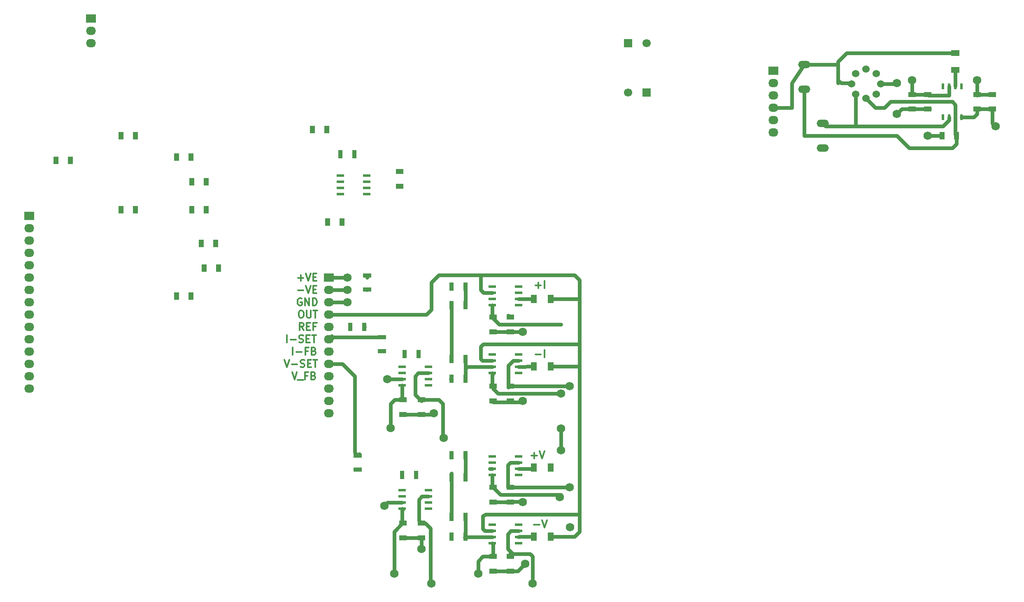
<source format=gbr>
G04 #@! TF.FileFunction,Copper,L1,Top,Signal*
%FSLAX46Y46*%
G04 Gerber Fmt 4.6, Leading zero omitted, Abs format (unit mm)*
G04 Created by KiCad (PCBNEW 4.0.4+dfsg1-stable) date Thu Dec 29 11:49:50 2016*
%MOMM*%
%LPD*%
G01*
G04 APERTURE LIST*
%ADD10C,0.100000*%
%ADD11C,0.300000*%
%ADD12R,1.300480X1.699260*%
%ADD13R,1.550000X0.600000*%
%ADD14R,2.032000X1.727200*%
%ADD15O,2.032000X1.727200*%
%ADD16R,1.600000X1.000000*%
%ADD17R,1.700000X0.900000*%
%ADD18R,0.900000X1.700000*%
%ADD19R,1.000000X1.600000*%
%ADD20C,1.699260*%
%ADD21R,1.699260X1.699260*%
%ADD22R,0.508000X1.143000*%
%ADD23R,1.699260X1.300480*%
%ADD24C,1.524000*%
%ADD25O,2.499360X1.501140*%
%ADD26C,1.750000*%
%ADD27C,0.750000*%
G04 APERTURE END LIST*
D10*
D11*
X160329715Y-137267143D02*
X161472572Y-137267143D01*
X161972572Y-136338571D02*
X162472572Y-137838571D01*
X162972572Y-136338571D01*
X159821715Y-123043143D02*
X160964572Y-123043143D01*
X160393143Y-123614571D02*
X160393143Y-122471714D01*
X161464572Y-122114571D02*
X161964572Y-123614571D01*
X162464572Y-122114571D01*
X160615429Y-102215143D02*
X161758286Y-102215143D01*
X162472572Y-102786571D02*
X162472572Y-101286571D01*
X160615429Y-87991143D02*
X161758286Y-87991143D01*
X161186857Y-88562571D02*
X161186857Y-87419714D01*
X162472572Y-88562571D02*
X162472572Y-87062571D01*
X110565715Y-105858571D02*
X111065715Y-107358571D01*
X111565715Y-105858571D01*
X111708572Y-107501429D02*
X112851429Y-107501429D01*
X113708572Y-106572857D02*
X113208572Y-106572857D01*
X113208572Y-107358571D02*
X113208572Y-105858571D01*
X113922858Y-105858571D01*
X114994286Y-106572857D02*
X115208572Y-106644286D01*
X115280000Y-106715714D01*
X115351429Y-106858571D01*
X115351429Y-107072857D01*
X115280000Y-107215714D01*
X115208572Y-107287143D01*
X115065714Y-107358571D01*
X114494286Y-107358571D01*
X114494286Y-105858571D01*
X114994286Y-105858571D01*
X115137143Y-105930000D01*
X115208572Y-106001429D01*
X115280000Y-106144286D01*
X115280000Y-106287143D01*
X115208572Y-106430000D01*
X115137143Y-106501429D01*
X114994286Y-106572857D01*
X114494286Y-106572857D01*
X109002143Y-103318571D02*
X109502143Y-104818571D01*
X110002143Y-103318571D01*
X110502143Y-104247143D02*
X111645000Y-104247143D01*
X112287857Y-104747143D02*
X112502143Y-104818571D01*
X112859286Y-104818571D01*
X113002143Y-104747143D01*
X113073572Y-104675714D01*
X113145000Y-104532857D01*
X113145000Y-104390000D01*
X113073572Y-104247143D01*
X113002143Y-104175714D01*
X112859286Y-104104286D01*
X112573572Y-104032857D01*
X112430714Y-103961429D01*
X112359286Y-103890000D01*
X112287857Y-103747143D01*
X112287857Y-103604286D01*
X112359286Y-103461429D01*
X112430714Y-103390000D01*
X112573572Y-103318571D01*
X112930714Y-103318571D01*
X113145000Y-103390000D01*
X113787857Y-104032857D02*
X114287857Y-104032857D01*
X114502143Y-104818571D02*
X113787857Y-104818571D01*
X113787857Y-103318571D01*
X114502143Y-103318571D01*
X114930714Y-103318571D02*
X115787857Y-103318571D01*
X115359286Y-104818571D02*
X115359286Y-103318571D01*
X112292000Y-93158571D02*
X112577714Y-93158571D01*
X112720572Y-93230000D01*
X112863429Y-93372857D01*
X112934857Y-93658571D01*
X112934857Y-94158571D01*
X112863429Y-94444286D01*
X112720572Y-94587143D01*
X112577714Y-94658571D01*
X112292000Y-94658571D01*
X112149143Y-94587143D01*
X112006286Y-94444286D01*
X111934857Y-94158571D01*
X111934857Y-93658571D01*
X112006286Y-93372857D01*
X112149143Y-93230000D01*
X112292000Y-93158571D01*
X113577715Y-93158571D02*
X113577715Y-94372857D01*
X113649143Y-94515714D01*
X113720572Y-94587143D01*
X113863429Y-94658571D01*
X114149143Y-94658571D01*
X114292001Y-94587143D01*
X114363429Y-94515714D01*
X114434858Y-94372857D01*
X114434858Y-93158571D01*
X114934858Y-93158571D02*
X115792001Y-93158571D01*
X115363430Y-94658571D02*
X115363430Y-93158571D01*
X110708572Y-102278571D02*
X110708572Y-100778571D01*
X111422858Y-101707143D02*
X112565715Y-101707143D01*
X113780001Y-101492857D02*
X113280001Y-101492857D01*
X113280001Y-102278571D02*
X113280001Y-100778571D01*
X113994287Y-100778571D01*
X115065715Y-101492857D02*
X115280001Y-101564286D01*
X115351429Y-101635714D01*
X115422858Y-101778571D01*
X115422858Y-101992857D01*
X115351429Y-102135714D01*
X115280001Y-102207143D01*
X115137143Y-102278571D01*
X114565715Y-102278571D01*
X114565715Y-100778571D01*
X115065715Y-100778571D01*
X115208572Y-100850000D01*
X115280001Y-100921429D01*
X115351429Y-101064286D01*
X115351429Y-101207143D01*
X115280001Y-101350000D01*
X115208572Y-101421429D01*
X115065715Y-101492857D01*
X114565715Y-101492857D01*
X109502143Y-99738571D02*
X109502143Y-98238571D01*
X110216429Y-99167143D02*
X111359286Y-99167143D01*
X112002143Y-99667143D02*
X112216429Y-99738571D01*
X112573572Y-99738571D01*
X112716429Y-99667143D01*
X112787858Y-99595714D01*
X112859286Y-99452857D01*
X112859286Y-99310000D01*
X112787858Y-99167143D01*
X112716429Y-99095714D01*
X112573572Y-99024286D01*
X112287858Y-98952857D01*
X112145000Y-98881429D01*
X112073572Y-98810000D01*
X112002143Y-98667143D01*
X112002143Y-98524286D01*
X112073572Y-98381429D01*
X112145000Y-98310000D01*
X112287858Y-98238571D01*
X112645000Y-98238571D01*
X112859286Y-98310000D01*
X113502143Y-98952857D02*
X114002143Y-98952857D01*
X114216429Y-99738571D02*
X113502143Y-99738571D01*
X113502143Y-98238571D01*
X114216429Y-98238571D01*
X114645000Y-98238571D02*
X115502143Y-98238571D01*
X115073572Y-99738571D02*
X115073572Y-98238571D01*
X112934858Y-97198571D02*
X112434858Y-96484286D01*
X112077715Y-97198571D02*
X112077715Y-95698571D01*
X112649143Y-95698571D01*
X112792001Y-95770000D01*
X112863429Y-95841429D01*
X112934858Y-95984286D01*
X112934858Y-96198571D01*
X112863429Y-96341429D01*
X112792001Y-96412857D01*
X112649143Y-96484286D01*
X112077715Y-96484286D01*
X113577715Y-96412857D02*
X114077715Y-96412857D01*
X114292001Y-97198571D02*
X113577715Y-97198571D01*
X113577715Y-95698571D01*
X114292001Y-95698571D01*
X115434858Y-96412857D02*
X114934858Y-96412857D01*
X114934858Y-97198571D02*
X114934858Y-95698571D01*
X115649144Y-95698571D01*
X112522143Y-90690000D02*
X112379286Y-90618571D01*
X112165000Y-90618571D01*
X111950715Y-90690000D01*
X111807857Y-90832857D01*
X111736429Y-90975714D01*
X111665000Y-91261429D01*
X111665000Y-91475714D01*
X111736429Y-91761429D01*
X111807857Y-91904286D01*
X111950715Y-92047143D01*
X112165000Y-92118571D01*
X112307857Y-92118571D01*
X112522143Y-92047143D01*
X112593572Y-91975714D01*
X112593572Y-91475714D01*
X112307857Y-91475714D01*
X113236429Y-92118571D02*
X113236429Y-90618571D01*
X114093572Y-92118571D01*
X114093572Y-90618571D01*
X114807858Y-92118571D02*
X114807858Y-90618571D01*
X115165001Y-90618571D01*
X115379286Y-90690000D01*
X115522144Y-90832857D01*
X115593572Y-90975714D01*
X115665001Y-91261429D01*
X115665001Y-91475714D01*
X115593572Y-91761429D01*
X115522144Y-91904286D01*
X115379286Y-92047143D01*
X115165001Y-92118571D01*
X114807858Y-92118571D01*
X111772143Y-89007143D02*
X112915000Y-89007143D01*
X113415000Y-88078571D02*
X113915000Y-89578571D01*
X114415000Y-88078571D01*
X114915000Y-88792857D02*
X115415000Y-88792857D01*
X115629286Y-89578571D02*
X114915000Y-89578571D01*
X114915000Y-88078571D01*
X115629286Y-88078571D01*
X111772143Y-86467143D02*
X112915000Y-86467143D01*
X112343571Y-87038571D02*
X112343571Y-85895714D01*
X113415000Y-85538571D02*
X113915000Y-87038571D01*
X114415000Y-85538571D01*
X114915000Y-86252857D02*
X115415000Y-86252857D01*
X115629286Y-87038571D02*
X114915000Y-87038571D01*
X114915000Y-85538571D01*
X115629286Y-85538571D01*
D12*
X163802060Y-90805000D03*
X160301940Y-90805000D03*
D13*
X151732000Y-88265000D03*
X151732000Y-89535000D03*
X151732000Y-90805000D03*
X151732000Y-92075000D03*
X157132000Y-92075000D03*
X157132000Y-90805000D03*
X157132000Y-89535000D03*
X157132000Y-88265000D03*
D12*
X160301940Y-104648000D03*
X163802060Y-104648000D03*
D14*
X118110000Y-86360000D03*
D15*
X118110000Y-88900000D03*
X118110000Y-91440000D03*
X118110000Y-93980000D03*
X118110000Y-96520000D03*
X118110000Y-99060000D03*
X118110000Y-101600000D03*
X118110000Y-104140000D03*
X118110000Y-106680000D03*
X118110000Y-109220000D03*
X118110000Y-111760000D03*
X118110000Y-114300000D03*
D13*
X133190000Y-104775000D03*
X133190000Y-106045000D03*
X133190000Y-107315000D03*
X133190000Y-108585000D03*
X138590000Y-108585000D03*
X138590000Y-107315000D03*
X138590000Y-106045000D03*
X138590000Y-104775000D03*
X151732000Y-102235000D03*
X151732000Y-103505000D03*
X151732000Y-104775000D03*
X151732000Y-106045000D03*
X157132000Y-106045000D03*
X157132000Y-104775000D03*
X157132000Y-103505000D03*
X157132000Y-102235000D03*
D12*
X163802060Y-125476000D03*
X160301940Y-125476000D03*
X160301940Y-139700000D03*
X163802060Y-139700000D03*
D13*
X133190000Y-130175000D03*
X133190000Y-131445000D03*
X133190000Y-132715000D03*
X133190000Y-133985000D03*
X138590000Y-133985000D03*
X138590000Y-132715000D03*
X138590000Y-131445000D03*
X138590000Y-130175000D03*
X151732000Y-123190000D03*
X151732000Y-124460000D03*
X151732000Y-125730000D03*
X151732000Y-127000000D03*
X157132000Y-127000000D03*
X157132000Y-125730000D03*
X157132000Y-124460000D03*
X157132000Y-123190000D03*
X151732000Y-137287000D03*
X151732000Y-138557000D03*
X151732000Y-139827000D03*
X151732000Y-141097000D03*
X157132000Y-141097000D03*
X157132000Y-139827000D03*
X157132000Y-138557000D03*
X157132000Y-137287000D03*
D16*
X151892000Y-94512000D03*
X151892000Y-97512000D03*
X155448000Y-94512000D03*
X155448000Y-97512000D03*
X137160000Y-111530000D03*
X137160000Y-114530000D03*
X151892000Y-108736000D03*
X151892000Y-111736000D03*
X155448000Y-108736000D03*
X155448000Y-111736000D03*
X133350000Y-111530000D03*
X133350000Y-114530000D03*
X155448000Y-129564000D03*
X155448000Y-132564000D03*
X151892000Y-129564000D03*
X151892000Y-132564000D03*
X155448000Y-143788000D03*
X155448000Y-146788000D03*
X133350000Y-136930000D03*
X133350000Y-139930000D03*
X137160000Y-136930000D03*
X137160000Y-139930000D03*
X151892000Y-143788000D03*
X151892000Y-146788000D03*
D17*
X129032000Y-101526000D03*
X129032000Y-98626000D03*
D18*
X136578000Y-102108000D03*
X133678000Y-102108000D03*
X146230000Y-92075000D03*
X143330000Y-92075000D03*
X146230000Y-88265000D03*
X143330000Y-88265000D03*
X146230000Y-103124000D03*
X143330000Y-103124000D03*
X146230000Y-107188000D03*
X143330000Y-107188000D03*
X125402000Y-96520000D03*
X122502000Y-96520000D03*
D17*
X124079000Y-125910000D03*
X124079000Y-123010000D03*
D18*
X136070000Y-127000000D03*
X133170000Y-127000000D03*
X146230000Y-127508000D03*
X143330000Y-127508000D03*
X146230000Y-122936000D03*
X143330000Y-122936000D03*
X146230000Y-135636000D03*
X143330000Y-135636000D03*
X146230000Y-139700000D03*
X143330000Y-139700000D03*
D17*
X125984000Y-88826000D03*
X125984000Y-85926000D03*
D19*
X114705000Y-55880000D03*
X117705000Y-55880000D03*
D16*
X132715000Y-64540000D03*
X132715000Y-67540000D03*
D19*
X117880000Y-74930000D03*
X120880000Y-74930000D03*
X62000000Y-62230000D03*
X65000000Y-62230000D03*
X75335000Y-72390000D03*
X78335000Y-72390000D03*
X75335000Y-57150000D03*
X78335000Y-57150000D03*
X86765000Y-61595000D03*
X89765000Y-61595000D03*
X89940000Y-66675000D03*
X92940000Y-66675000D03*
X89940000Y-72390000D03*
X92940000Y-72390000D03*
X91845000Y-79375000D03*
X94845000Y-79375000D03*
X92480000Y-84455000D03*
X95480000Y-84455000D03*
X86765000Y-90170000D03*
X89765000Y-90170000D03*
D18*
X120470000Y-60960000D03*
X123370000Y-60960000D03*
D13*
X125890000Y-69215000D03*
X125890000Y-67945000D03*
X125890000Y-66675000D03*
X125890000Y-65405000D03*
X120490000Y-65405000D03*
X120490000Y-66675000D03*
X120490000Y-67945000D03*
X120490000Y-69215000D03*
D16*
X241300000Y-48665000D03*
X241300000Y-51665000D03*
X238125000Y-48665000D03*
X238125000Y-51665000D03*
X254635000Y-51665000D03*
X254635000Y-48665000D03*
X251460000Y-51665000D03*
X251460000Y-48665000D03*
D20*
X179707540Y-48260520D03*
D21*
X179707540Y-38100520D03*
D20*
X183512460Y-38099480D03*
D21*
X183512460Y-48259480D03*
D14*
X56515000Y-73660000D03*
D15*
X56515000Y-76200000D03*
X56515000Y-78740000D03*
X56515000Y-81280000D03*
X56515000Y-83820000D03*
X56515000Y-86360000D03*
X56515000Y-88900000D03*
X56515000Y-91440000D03*
X56515000Y-93980000D03*
X56515000Y-96520000D03*
X56515000Y-99060000D03*
X56515000Y-101600000D03*
X56515000Y-104140000D03*
X56515000Y-106680000D03*
X56515000Y-109220000D03*
D14*
X69215000Y-33020000D03*
D15*
X69215000Y-35560000D03*
X69215000Y-38100000D03*
D14*
X209550000Y-43815000D03*
D15*
X209550000Y-46355000D03*
X209550000Y-48895000D03*
X209550000Y-51435000D03*
X209550000Y-53975000D03*
X209550000Y-56515000D03*
D22*
X244475000Y-46990000D03*
X245745000Y-46990000D03*
X247015000Y-46990000D03*
X248285000Y-46990000D03*
X248285000Y-53340000D03*
X247015000Y-53340000D03*
X245745000Y-53340000D03*
X244475000Y-53340000D03*
D19*
X247245000Y-57150000D03*
X244245000Y-57150000D03*
D23*
X247015000Y-43660060D03*
X247015000Y-40159940D03*
D24*
X231637500Y-46467500D03*
X225637500Y-46467500D03*
X228637500Y-49467500D03*
X228637500Y-43467500D03*
X226512500Y-44342500D03*
X230762500Y-48592500D03*
X226512500Y-48592500D03*
X230762500Y-44342500D03*
D25*
X219710000Y-54610000D03*
X219710000Y-59690000D03*
X215900000Y-42545000D03*
X215900000Y-47625000D03*
D26*
X238125000Y-45720000D03*
X160020000Y-149352000D03*
X141732000Y-119380000D03*
X167640000Y-108712000D03*
X139192000Y-149352000D03*
X167640000Y-129540000D03*
X167767000Y-137795000D03*
X121920000Y-86360000D03*
X255270000Y-55245000D03*
X165608000Y-131572000D03*
X148844000Y-147320000D03*
X130810000Y-117348000D03*
X131572000Y-147320000D03*
X165862000Y-110236000D03*
X165862000Y-117475000D03*
X165862000Y-121920000D03*
X121920000Y-88900000D03*
X251460000Y-45720000D03*
X234950000Y-46355000D03*
X241300000Y-57150000D03*
X234950000Y-52705000D03*
X158496000Y-145288000D03*
X121920000Y-91440000D03*
X157988000Y-97536000D03*
X157988000Y-111760000D03*
X139700000Y-114300000D03*
X137160000Y-142240000D03*
X130175000Y-107315000D03*
X157988000Y-132588000D03*
X129540000Y-133350000D03*
D27*
X238125000Y-48665000D02*
X238125000Y-45720000D01*
X245745000Y-48895000D02*
X241530000Y-48895000D01*
X241530000Y-48895000D02*
X241300000Y-48665000D01*
X241300000Y-48665000D02*
X238125000Y-48665000D01*
X245745000Y-46990000D02*
X245745000Y-48895000D01*
X155448000Y-142748000D02*
X155448000Y-143788000D01*
X154940000Y-142240000D02*
X155448000Y-142748000D01*
X155448000Y-142748000D02*
X155956000Y-143256000D01*
X160020000Y-149352000D02*
X160020000Y-143764000D01*
X159512000Y-143256000D02*
X160020000Y-143764000D01*
X154940000Y-139192000D02*
X154940000Y-142240000D01*
X155575000Y-138557000D02*
X157132000Y-138557000D01*
X155575000Y-138557000D02*
X154940000Y-139192000D01*
X155956000Y-143256000D02*
X159512000Y-143256000D01*
X140740000Y-111530000D02*
X141605000Y-112395000D01*
X141605000Y-112395000D02*
X141605000Y-119380000D01*
X137160000Y-111530000D02*
X140740000Y-111530000D01*
X141605000Y-119380000D02*
X141732000Y-119380000D01*
X139065000Y-138049000D02*
X139065000Y-149225000D01*
X139065000Y-149225000D02*
X139192000Y-149352000D01*
X137160000Y-136930000D02*
X137946000Y-136930000D01*
X137946000Y-136930000D02*
X139065000Y-138049000D01*
X138590000Y-131445000D02*
X137287000Y-131445000D01*
X136652000Y-136422000D02*
X137160000Y-136930000D01*
X136652000Y-132080000D02*
X136652000Y-136422000D01*
X137287000Y-131445000D02*
X136652000Y-132080000D01*
X155448000Y-129564000D02*
X167616000Y-129564000D01*
X167616000Y-129564000D02*
X167640000Y-129540000D01*
X155448000Y-108736000D02*
X167640000Y-108712000D01*
X121920000Y-86360000D02*
X118110000Y-86360000D01*
X154940000Y-124968000D02*
X154940000Y-129564000D01*
X154940000Y-129564000D02*
X155448000Y-129564000D01*
X156083000Y-103505000D02*
X155067000Y-104521000D01*
X157132000Y-103505000D02*
X156083000Y-103505000D01*
X155067000Y-104521000D02*
X155067000Y-108990000D01*
X157132000Y-124460000D02*
X155448000Y-124460000D01*
X155448000Y-124460000D02*
X154940000Y-124968000D01*
X155448000Y-129564000D02*
X155853000Y-129564000D01*
X137160000Y-111530000D02*
X137565000Y-111530000D01*
X137160000Y-111530000D02*
X137160000Y-111760000D01*
X137160000Y-111760000D02*
X135890000Y-110490000D01*
X138590000Y-106045000D02*
X136525000Y-106045000D01*
X135890000Y-110490000D02*
X137160000Y-111760000D01*
X135890000Y-106680000D02*
X135890000Y-110490000D01*
X136525000Y-106045000D02*
X135890000Y-106680000D01*
X165862000Y-96012000D02*
X165100000Y-96012000D01*
X165100000Y-96012000D02*
X153162000Y-96012000D01*
X153162000Y-96012000D02*
X151892000Y-94742000D01*
X151892000Y-94512000D02*
X151892000Y-94742000D01*
X254635000Y-51665000D02*
X254635000Y-54610000D01*
X255270000Y-55245000D02*
X254635000Y-54610000D01*
X251460000Y-51665000D02*
X251460000Y-52705000D01*
X250825000Y-53340000D02*
X248285000Y-53340000D01*
X251460000Y-52705000D02*
X250825000Y-53340000D01*
X254635000Y-51665000D02*
X251460000Y-51665000D01*
X155086052Y-94150052D02*
X155448000Y-94512000D01*
X165100000Y-131064000D02*
X165608000Y-131572000D01*
X118110000Y-88900000D02*
X121920000Y-88900000D01*
X151892000Y-143788000D02*
X149836000Y-143788000D01*
X148844000Y-144780000D02*
X148844000Y-147320000D01*
X149836000Y-143788000D02*
X148844000Y-144780000D01*
X130810000Y-112395000D02*
X130810000Y-117348000D01*
X131675000Y-111530000D02*
X130810000Y-112395000D01*
X133350000Y-111530000D02*
X131675000Y-111530000D01*
X131572000Y-138684000D02*
X131572000Y-147320000D01*
X133326000Y-136930000D02*
X131572000Y-138684000D01*
X133350000Y-136930000D02*
X133326000Y-136930000D01*
X133190000Y-133985000D02*
X133190000Y-136770000D01*
X133190000Y-136770000D02*
X133350000Y-136930000D01*
X152908000Y-110236000D02*
X165862000Y-110236000D01*
X151892000Y-109220000D02*
X152908000Y-110236000D01*
X151892000Y-108736000D02*
X151892000Y-109220000D01*
X151732000Y-106045000D02*
X151732000Y-108576000D01*
X151732000Y-108576000D02*
X151892000Y-108736000D01*
X151732000Y-127000000D02*
X151732000Y-129404000D01*
X151732000Y-129404000D02*
X151892000Y-129564000D01*
X151892000Y-143788000D02*
X151892000Y-141257000D01*
X151892000Y-141257000D02*
X151732000Y-141097000D01*
X151892000Y-129540000D02*
X153416000Y-131064000D01*
X153416000Y-131064000D02*
X165100000Y-131064000D01*
X165100000Y-131064000D02*
X165862000Y-131064000D01*
X151892000Y-129437000D02*
X151892000Y-129540000D01*
X133350000Y-111530000D02*
X132945000Y-111530000D01*
X165862000Y-121920000D02*
X165862000Y-117475000D01*
X151892000Y-106205000D02*
X151732000Y-106045000D01*
X151732000Y-92075000D02*
X151732000Y-94352000D01*
X151962000Y-143858000D02*
X151892000Y-143788000D01*
X133190000Y-108585000D02*
X133190000Y-111370000D01*
X133190000Y-111370000D02*
X133350000Y-111530000D01*
X133190000Y-136770000D02*
X133350000Y-136930000D01*
X133350000Y-134145000D02*
X133190000Y-133985000D01*
X157132000Y-104775000D02*
X160301940Y-104648000D01*
X251460000Y-45720000D02*
X251460000Y-47625000D01*
X251460000Y-48665000D02*
X251460000Y-47625000D01*
X234837500Y-46467500D02*
X231637500Y-46467500D01*
X234950000Y-46355000D02*
X234837500Y-46467500D01*
X244245000Y-57150000D02*
X241300000Y-57150000D01*
X231637500Y-46467500D02*
X231887500Y-46467500D01*
X235990000Y-51665000D02*
X238125000Y-51665000D01*
X234950000Y-52705000D02*
X235990000Y-51665000D01*
X251460000Y-48665000D02*
X251460000Y-48895000D01*
X238125000Y-51665000D02*
X241300000Y-51665000D01*
X241705000Y-51665000D02*
X241300000Y-51665000D01*
X254635000Y-48665000D02*
X251460000Y-48665000D01*
X151892000Y-132564000D02*
X155448000Y-132564000D01*
X155448000Y-146788000D02*
X156996000Y-146788000D01*
X156996000Y-146788000D02*
X158496000Y-145288000D01*
X121920000Y-91440000D02*
X118872000Y-91440000D01*
X155448000Y-97512000D02*
X157964000Y-97512000D01*
X157964000Y-97512000D02*
X157988000Y-97536000D01*
X155067000Y-111990000D02*
X157758000Y-111990000D01*
X157758000Y-111990000D02*
X157988000Y-111760000D01*
X151892000Y-146788000D02*
X155448000Y-146788000D01*
X137160000Y-114530000D02*
X139470000Y-114530000D01*
X139470000Y-114530000D02*
X139700000Y-114300000D01*
X151892000Y-111990000D02*
X155067000Y-111990000D01*
X151892000Y-97512000D02*
X155448000Y-97512000D01*
X157988000Y-132588000D02*
X155345000Y-132461000D01*
X155345000Y-132461000D02*
X155448000Y-132564000D01*
X133350000Y-139930000D02*
X137160000Y-139930000D01*
X137160000Y-139930000D02*
X137160000Y-142240000D01*
X133350000Y-114530000D02*
X137160000Y-114530000D01*
X133190000Y-107315000D02*
X130175000Y-107315000D01*
X169672000Y-90932000D02*
X169672000Y-86868000D01*
X169672000Y-135128000D02*
X169672000Y-138684000D01*
X168656000Y-139700000D02*
X163802060Y-139700000D01*
X168656000Y-139700000D02*
X169672000Y-138684000D01*
X151732000Y-103505000D02*
X149733000Y-103505000D01*
X149860000Y-100076000D02*
X169672000Y-100076000D01*
X149352000Y-100584000D02*
X149860000Y-100076000D01*
X149352000Y-103124000D02*
X149352000Y-100584000D01*
X149733000Y-103505000D02*
X149352000Y-103124000D01*
X126492000Y-93980000D02*
X138176000Y-93980000D01*
X138176000Y-93980000D02*
X139192000Y-92964000D01*
X118110000Y-93980000D02*
X126492000Y-93980000D01*
X149781846Y-138097846D02*
X150241000Y-138557000D01*
X150241000Y-138557000D02*
X151732000Y-138557000D01*
X149781846Y-135518769D02*
X149781846Y-138097846D01*
X169672000Y-135128000D02*
X150368000Y-135128000D01*
X150368000Y-135128000D02*
X149781846Y-135518769D01*
X163802060Y-90805000D02*
X169672000Y-90805000D01*
X169672000Y-90805000D02*
X169672000Y-90932000D01*
X169672000Y-125476000D02*
X169672000Y-135128000D01*
X169672000Y-90932000D02*
X169672000Y-100076000D01*
X169672000Y-100076000D02*
X169672000Y-104648000D01*
X160047940Y-125730000D02*
X160301940Y-125476000D01*
X151732000Y-139827000D02*
X146357000Y-139827000D01*
X146357000Y-139827000D02*
X146230000Y-139700000D01*
X146230000Y-139700000D02*
X146050000Y-139880000D01*
X146050000Y-139880000D02*
X146230000Y-139880000D01*
X168402000Y-85852000D02*
X168656000Y-85852000D01*
X168656000Y-85852000D02*
X169672000Y-86868000D01*
X168402000Y-85852000D02*
X149352000Y-85852000D01*
X149352000Y-85852000D02*
X148844000Y-85852000D01*
X139192000Y-87376000D02*
X140716000Y-85852000D01*
X139192000Y-92964000D02*
X139192000Y-87376000D01*
X140716000Y-85852000D02*
X148844000Y-85852000D01*
X148844000Y-85852000D02*
X149352000Y-85852000D01*
X169672000Y-104648000D02*
X169672000Y-125476000D01*
X149352000Y-85852000D02*
X149352000Y-88900000D01*
X149479000Y-89027000D02*
X149987000Y-89535000D01*
X209550000Y-51435000D02*
X213360000Y-51435000D01*
X213360000Y-46355000D02*
X215900000Y-42545000D01*
X213360000Y-49530000D02*
X213360000Y-46355000D01*
X213360000Y-51435000D02*
X213360000Y-49530000D01*
X215900000Y-42545000D02*
X222885000Y-42545000D01*
X241935000Y-40159940D02*
X224635060Y-40159940D01*
X223520000Y-46355000D02*
X225525000Y-46355000D01*
X222885000Y-45720000D02*
X223520000Y-46355000D01*
X222885000Y-46355000D02*
X222885000Y-45720000D01*
X222885000Y-41910000D02*
X222885000Y-42545000D01*
X222885000Y-42545000D02*
X222885000Y-46355000D01*
X224635060Y-40159940D02*
X222885000Y-41910000D01*
X225525000Y-46355000D02*
X225637500Y-46467500D01*
X247015000Y-40159940D02*
X241935000Y-40159940D01*
X241935000Y-40159940D02*
X241454940Y-40159940D01*
X125984000Y-86360000D02*
X125984000Y-85926000D01*
X118290000Y-96340000D02*
X118110000Y-96520000D01*
X129032000Y-98626000D02*
X129466000Y-98626000D01*
X129032000Y-98626000D02*
X118544000Y-98626000D01*
X118544000Y-98626000D02*
X118110000Y-99060000D01*
X118745000Y-99060000D02*
X118745000Y-98425000D01*
X143203000Y-107315000D02*
X143330000Y-107188000D01*
X143330000Y-100076000D02*
X143330000Y-103124000D01*
X143330000Y-127508000D02*
X143330000Y-127074000D01*
X143330000Y-127508000D02*
X143256000Y-127508000D01*
X143330000Y-127508000D02*
X143330000Y-126693000D01*
X143330000Y-135636000D02*
X143330000Y-127508000D01*
X149987000Y-89535000D02*
X151732000Y-89535000D01*
X143330000Y-92075000D02*
X143330000Y-100076000D01*
X157132000Y-90805000D02*
X160301940Y-90805000D01*
X146230000Y-90932000D02*
X146230000Y-92075000D01*
X151732000Y-104775000D02*
X146378000Y-104775000D01*
X146378000Y-104775000D02*
X146304000Y-104849000D01*
X146304000Y-105156000D02*
X146230000Y-105156000D01*
X146304000Y-104849000D02*
X146304000Y-105156000D01*
X146230000Y-103124000D02*
X146230000Y-105156000D01*
X146230000Y-105156000D02*
X146230000Y-107188000D01*
X118110000Y-104140000D02*
X120904000Y-104140000D01*
X123444000Y-122375000D02*
X124079000Y-123010000D01*
X123444000Y-106680000D02*
X123444000Y-122375000D01*
X120904000Y-104140000D02*
X123444000Y-106680000D01*
X124153000Y-122936000D02*
X124079000Y-123010000D01*
X124407000Y-122682000D02*
X124079000Y-123010000D01*
X122502000Y-96520000D02*
X122428000Y-96520000D01*
X133190000Y-132715000D02*
X130175000Y-132715000D01*
X130175000Y-132715000D02*
X129540000Y-133350000D01*
X146230000Y-125984000D02*
X146230000Y-127508000D01*
X163802060Y-104648000D02*
X169672000Y-104648000D01*
X157132000Y-125730000D02*
X160047940Y-125730000D01*
X160301940Y-139700000D02*
X157259000Y-139700000D01*
X157259000Y-139700000D02*
X157132000Y-139827000D01*
X146230000Y-88265000D02*
X146230000Y-90932000D01*
X125402000Y-96520000D02*
X125476000Y-96520000D01*
X151257000Y-125730000D02*
X151732000Y-125730000D01*
X146230000Y-122936000D02*
X146230000Y-125984000D01*
X146230000Y-135636000D02*
X146230000Y-139700000D01*
X125910000Y-88900000D02*
X125984000Y-88826000D01*
X247015000Y-43660060D02*
X247015000Y-46990000D01*
X226512500Y-48592500D02*
X226512500Y-55245000D01*
X226512500Y-55245000D02*
X226695000Y-55245000D01*
X245745000Y-53340000D02*
X245745000Y-53975000D01*
X245745000Y-53975000D02*
X244475000Y-55245000D01*
X244475000Y-55245000D02*
X226695000Y-55245000D01*
X226695000Y-55245000D02*
X220345000Y-55245000D01*
X220345000Y-55245000D02*
X219710000Y-54610000D01*
X226512500Y-48592500D02*
X226362500Y-48592500D01*
X240030000Y-59690000D02*
X237490000Y-59690000D01*
X234950000Y-57150000D02*
X223520000Y-57150000D01*
X223520000Y-57150000D02*
X215900000Y-57150000D01*
X215900000Y-57150000D02*
X215900000Y-52070000D01*
X215900000Y-52070000D02*
X215900000Y-47625000D01*
X237490000Y-59690000D02*
X234950000Y-57150000D01*
X247245000Y-57150000D02*
X247245000Y-58825000D01*
X247245000Y-58825000D02*
X246380000Y-59690000D01*
X246380000Y-59690000D02*
X240030000Y-59690000D01*
X240030000Y-59690000D02*
X239395000Y-59690000D01*
X247015000Y-53340000D02*
X247015000Y-56920000D01*
X247015000Y-56920000D02*
X247245000Y-57150000D01*
X247015000Y-53340000D02*
X247015000Y-50800000D01*
X247015000Y-50800000D02*
X246380000Y-50165000D01*
X246380000Y-50165000D02*
X233680000Y-50165000D01*
X233680000Y-50165000D02*
X232410000Y-51435000D01*
X232410000Y-51435000D02*
X230605000Y-51435000D01*
X230605000Y-51435000D02*
X228637500Y-49467500D01*
M02*

</source>
